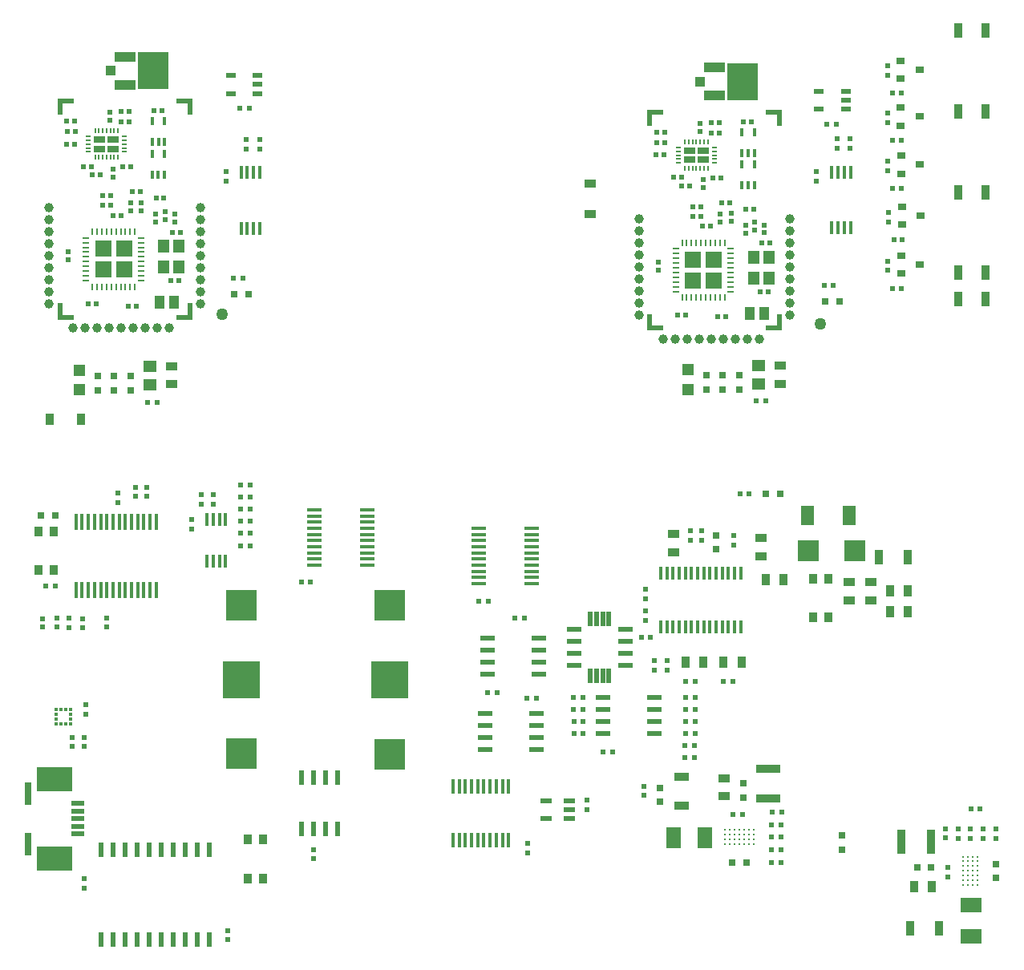
<source format=gtp>
G04*
G04 #@! TF.GenerationSoftware,Altium Limited,Altium Designer,20.1.14 (287)*
G04*
G04 Layer_Color=8421504*
%FSLAX44Y44*%
%MOMM*%
G71*
G04*
G04 #@! TF.SameCoordinates,45AFD5CB-E2DC-46B4-AC03-AB9053879BB0*
G04*
G04*
G04 #@! TF.FilePolarity,Positive*
G04*
G01*
G75*
%ADD32R,3.1750X3.9878*%
%ADD33R,0.6096X0.5334*%
%ADD34R,0.5334X0.6096*%
%ADD35R,1.0160X1.3970*%
%ADD36R,1.0500X1.0000*%
%ADD37R,2.2000X1.0500*%
%ADD38R,1.7000X1.7000*%
%ADD39R,0.7000X0.2200*%
%ADD40R,0.2200X0.7000*%
%ADD41R,0.4000X0.9000*%
%ADD42R,1.1500X0.6500*%
%ADD43R,0.2000X0.6000*%
%ADD44R,0.6000X0.2000*%
%ADD45R,1.2192X1.4224*%
%ADD46C,1.0000*%
%ADD47R,1.7501X0.5001*%
%ADD48R,0.5001X1.7501*%
%ADD49R,0.5000X1.5100*%
%ADD50R,0.3000X1.6000*%
%ADD51R,1.6000X0.3000*%
%ADD52R,0.4500X1.7500*%
%ADD53R,0.3000X0.4000*%
%ADD54R,0.4000X0.3000*%
%ADD55R,0.4500X1.4500*%
%ADD56R,2.1600X2.2600*%
%ADD57R,3.9600X3.9600*%
%ADD58R,3.1800X3.1800*%
%ADD59R,0.5000X0.5000*%
%ADD60R,0.9000X1.3000*%
%ADD61R,0.9000X1.6000*%
%ADD62R,2.3000X1.6500*%
%ADD63R,0.5000X0.5000*%
%ADD64R,0.8000X0.8000*%
%ADD65R,1.6500X2.3000*%
%ADD66R,2.5000X0.9000*%
%ADD67R,1.3000X0.9000*%
%ADD68R,1.6000X0.9000*%
%ADD69C,1.2700*%
%ADD70R,1.2000X1.2000*%
%ADD71R,0.8000X0.8000*%
%ADD72R,1.2200X0.9100*%
%ADD73R,0.9100X1.2200*%
%ADD74R,0.5000X0.6000*%
%ADD75R,1.4000X2.0000*%
%ADD76R,0.6000X0.5000*%
%ADD77R,0.8000X2.3500*%
%ADD78R,3.8000X2.5000*%
%ADD79R,1.4000X0.5000*%
%ADD80R,0.9000X0.8000*%
%ADD81R,0.9000X1.0000*%
%ADD82R,1.1000X0.6000*%
%ADD83R,1.5500X0.6000*%
%ADD84R,0.6000X1.5500*%
%ADD85R,0.6000X1.5000*%
%ADD86R,0.4500X1.4000*%
%ADD87R,1.3000X0.5500*%
%ADD88R,1.4700X1.2850*%
%ADD89C,0.2625*%
%ADD90R,0.9000X2.5000*%
%ADD91R,0.3500X1.4500*%
D32*
X766906Y924441D02*
D03*
X144239Y936054D02*
D03*
D33*
X789926Y764741D02*
D03*
Y773123D02*
D03*
X779441Y767451D02*
D03*
Y775833D02*
D03*
X769896Y773057D02*
D03*
Y764675D02*
D03*
X677804Y733540D02*
D03*
Y725158D02*
D03*
X754847Y776783D02*
D03*
Y785165D02*
D03*
X724936Y820593D02*
D03*
Y812211D02*
D03*
X743331Y776154D02*
D03*
Y784536D02*
D03*
X721837Y872198D02*
D03*
Y880580D02*
D03*
X99170Y883811D02*
D03*
Y892193D02*
D03*
X102269Y832206D02*
D03*
Y823824D02*
D03*
X120664Y787767D02*
D03*
Y796149D02*
D03*
X132180Y788396D02*
D03*
Y796778D02*
D03*
X147229Y784670D02*
D03*
X147229Y776288D02*
D03*
X156774Y779064D02*
D03*
X156774Y787446D02*
D03*
X167259Y776354D02*
D03*
Y784736D02*
D03*
X55137Y745153D02*
D03*
X55137Y736771D02*
D03*
D34*
X740601Y675862D02*
D03*
X748983D02*
D03*
X698384Y677899D02*
D03*
X706766D02*
D03*
X785627Y702651D02*
D03*
X794009D02*
D03*
X795855Y753778D02*
D03*
X787473D02*
D03*
X753420Y796793D02*
D03*
X745038D02*
D03*
X732965Y771687D02*
D03*
X724583D02*
D03*
X722357Y792291D02*
D03*
X713975D02*
D03*
X676415Y860045D02*
D03*
X684797D02*
D03*
X675582Y846892D02*
D03*
X683964D02*
D03*
X676079Y870853D02*
D03*
X684461D02*
D03*
X733482Y870441D02*
D03*
X741864D02*
D03*
X733439Y880998D02*
D03*
X741821D02*
D03*
X713975Y782360D02*
D03*
X722357D02*
D03*
X743664Y823022D02*
D03*
X735282D02*
D03*
X770134Y789619D02*
D03*
X778516D02*
D03*
X767825Y881990D02*
D03*
X776207D02*
D03*
X702146Y823265D02*
D03*
X693764D02*
D03*
X711194Y814385D02*
D03*
X702812D02*
D03*
X110815Y882054D02*
D03*
X119197D02*
D03*
X110772Y892611D02*
D03*
X119154D02*
D03*
X145158Y893603D02*
D03*
X153540D02*
D03*
X53412Y882466D02*
D03*
X61794D02*
D03*
X53748Y871658D02*
D03*
X62130D02*
D03*
X52915Y858505D02*
D03*
X61297D02*
D03*
X79479Y834878D02*
D03*
X71097D02*
D03*
X120997Y834635D02*
D03*
X112615D02*
D03*
X88527Y825998D02*
D03*
X80145D02*
D03*
X130753Y808406D02*
D03*
X122371Y808406D02*
D03*
X99690Y803904D02*
D03*
X91308D02*
D03*
Y793973D02*
D03*
X99690D02*
D03*
X110298Y783300D02*
D03*
X101916D02*
D03*
X147467Y801232D02*
D03*
X155849D02*
D03*
X173188Y765391D02*
D03*
X164806D02*
D03*
X162960Y714264D02*
D03*
X171342D02*
D03*
X117934Y687475D02*
D03*
X126316D02*
D03*
X75717Y689512D02*
D03*
X84099Y689512D02*
D03*
D35*
X774234Y679943D02*
D03*
X789474D02*
D03*
X151567Y691556D02*
D03*
X166807D02*
D03*
D36*
X721938Y924441D02*
D03*
X99271Y936054D02*
D03*
D37*
X737188Y909691D02*
D03*
Y939191D02*
D03*
X114521Y921304D02*
D03*
X114521Y950804D02*
D03*
D38*
X736396Y714349D02*
D03*
X714396D02*
D03*
Y736349D02*
D03*
X736396D02*
D03*
X113729Y725962D02*
D03*
X91729Y725962D02*
D03*
X91729Y747962D02*
D03*
X113729D02*
D03*
D39*
X754396Y722849D02*
D03*
Y717849D02*
D03*
X696396Y747849D02*
D03*
Y702849D02*
D03*
X754396Y742849D02*
D03*
X696396Y737849D02*
D03*
Y732849D02*
D03*
Y722849D02*
D03*
Y712849D02*
D03*
Y707849D02*
D03*
Y742849D02*
D03*
X754396Y702849D02*
D03*
Y707849D02*
D03*
X696396Y717849D02*
D03*
X754396Y747849D02*
D03*
Y727849D02*
D03*
Y737849D02*
D03*
X696396Y727849D02*
D03*
X754396Y712849D02*
D03*
Y732849D02*
D03*
X131729Y734462D02*
D03*
X131729Y729462D02*
D03*
X73729Y759462D02*
D03*
Y714462D02*
D03*
X131729Y754462D02*
D03*
X73729Y749462D02*
D03*
Y744462D02*
D03*
Y734462D02*
D03*
Y724462D02*
D03*
Y719462D02*
D03*
Y754462D02*
D03*
X131729Y714462D02*
D03*
Y719462D02*
D03*
X73729Y729462D02*
D03*
X131729Y759462D02*
D03*
X131729Y739462D02*
D03*
Y749462D02*
D03*
X73729Y739462D02*
D03*
X131729Y724462D02*
D03*
X131729Y744462D02*
D03*
D40*
X742896Y696349D02*
D03*
X717896Y754349D02*
D03*
X727896D02*
D03*
X702896D02*
D03*
X722896D02*
D03*
X712896D02*
D03*
X707896D02*
D03*
X747896D02*
D03*
X702896Y696349D02*
D03*
X707896D02*
D03*
X712896D02*
D03*
X717896D02*
D03*
X727896D02*
D03*
X732896D02*
D03*
X737896D02*
D03*
X747896D02*
D03*
X722896D02*
D03*
X732896Y754349D02*
D03*
X742896D02*
D03*
X737896D02*
D03*
X120229Y707962D02*
D03*
X95229Y765962D02*
D03*
X105229Y765962D02*
D03*
X80229D02*
D03*
X100229Y765962D02*
D03*
X90229D02*
D03*
X85229Y765962D02*
D03*
X125229D02*
D03*
X80229Y707962D02*
D03*
X85229D02*
D03*
X90229D02*
D03*
X95229D02*
D03*
X105229D02*
D03*
X110229D02*
D03*
X115229Y707962D02*
D03*
X125229D02*
D03*
X100229Y707962D02*
D03*
X110229Y765962D02*
D03*
X120229D02*
D03*
X115229D02*
D03*
D41*
X779267Y849010D02*
D03*
X766267Y871010D02*
D03*
Y849010D02*
D03*
X772767D02*
D03*
X779267Y871010D02*
D03*
X779101Y814782D02*
D03*
X766101Y836782D02*
D03*
Y814782D02*
D03*
X772601D02*
D03*
X779101Y836782D02*
D03*
X156434Y826395D02*
D03*
X143434Y848395D02*
D03*
Y826395D02*
D03*
X149934D02*
D03*
X156434Y848395D02*
D03*
X156600Y860623D02*
D03*
X143600Y882623D02*
D03*
X143600Y860623D02*
D03*
X150100D02*
D03*
X156600Y882623D02*
D03*
D42*
X710727Y841982D02*
D03*
Y851482D02*
D03*
X725227D02*
D03*
Y841982D02*
D03*
X88060Y853595D02*
D03*
X88060Y863095D02*
D03*
X102560D02*
D03*
Y853595D02*
D03*
D43*
X729977Y860732D02*
D03*
X713977Y832732D02*
D03*
X717977D02*
D03*
X729977D02*
D03*
X713977Y860732D02*
D03*
X709977D02*
D03*
X717977D02*
D03*
X725977D02*
D03*
X721977Y832732D02*
D03*
X705977Y860732D02*
D03*
Y832732D02*
D03*
X709977D02*
D03*
X725977D02*
D03*
X721977Y860732D02*
D03*
X107310Y872345D02*
D03*
X91310Y844345D02*
D03*
X95310D02*
D03*
X107310D02*
D03*
X91310Y872345D02*
D03*
X87310D02*
D03*
X95310D02*
D03*
X103310D02*
D03*
X99310Y844345D02*
D03*
X83310Y872345D02*
D03*
Y844345D02*
D03*
X87310D02*
D03*
X103310D02*
D03*
X99310Y872345D02*
D03*
D44*
X736977Y838732D02*
D03*
Y842732D02*
D03*
Y846732D02*
D03*
Y850732D02*
D03*
Y854732D02*
D03*
X698977Y846732D02*
D03*
Y838732D02*
D03*
Y850732D02*
D03*
Y854732D02*
D03*
Y842732D02*
D03*
X114310Y850345D02*
D03*
Y854345D02*
D03*
Y858345D02*
D03*
Y862345D02*
D03*
Y866345D02*
D03*
X76310Y858345D02*
D03*
Y850345D02*
D03*
Y862345D02*
D03*
Y866345D02*
D03*
Y854345D02*
D03*
D45*
X794373Y738835D02*
D03*
X778371Y716833D02*
D03*
X794373D02*
D03*
X778371Y738835D02*
D03*
X171706Y750448D02*
D03*
X155704Y728446D02*
D03*
X171706D02*
D03*
X155704Y750448D02*
D03*
D46*
X657145Y766829D02*
D03*
Y754129D02*
D03*
Y779529D02*
D03*
Y741429D02*
D03*
Y728729D02*
D03*
X817145Y779529D02*
D03*
Y766829D02*
D03*
Y754129D02*
D03*
Y741429D02*
D03*
X817145Y716029D02*
D03*
X817145Y728729D02*
D03*
X657145Y690629D02*
D03*
Y677929D02*
D03*
Y716029D02*
D03*
Y703329D02*
D03*
X695245Y652529D02*
D03*
X682545D02*
D03*
X707945D02*
D03*
X817145Y677929D02*
D03*
X746045Y652529D02*
D03*
X817145Y703329D02*
D03*
Y690629D02*
D03*
X733345Y652529D02*
D03*
X720645D02*
D03*
X784145D02*
D03*
X758745D02*
D03*
X771445D02*
D03*
X34478Y778442D02*
D03*
X34478Y765742D02*
D03*
Y791142D02*
D03*
Y753042D02*
D03*
Y740342D02*
D03*
X194478Y791142D02*
D03*
X194478Y778442D02*
D03*
X194478Y765742D02*
D03*
Y753042D02*
D03*
X194478Y727642D02*
D03*
X194478Y740342D02*
D03*
X34478Y702242D02*
D03*
Y689542D02*
D03*
Y727642D02*
D03*
X34478Y714942D02*
D03*
X72578Y664142D02*
D03*
X59878Y664142D02*
D03*
X85278D02*
D03*
X194478Y689542D02*
D03*
X123378Y664142D02*
D03*
X194478Y714942D02*
D03*
X194478Y702242D02*
D03*
X110678Y664142D02*
D03*
X97978D02*
D03*
X161478Y664142D02*
D03*
X136078Y664142D02*
D03*
X148778Y664142D02*
D03*
D47*
X799804Y892528D02*
D03*
Y663959D02*
D03*
X674826D02*
D03*
Y892528D02*
D03*
X177137Y904141D02*
D03*
X177137Y675572D02*
D03*
X52159D02*
D03*
X52159Y904141D02*
D03*
D48*
X806055Y886277D02*
D03*
Y670207D02*
D03*
X668575D02*
D03*
Y886277D02*
D03*
X183388Y897890D02*
D03*
Y681820D02*
D03*
X45908D02*
D03*
X45908Y897890D02*
D03*
D49*
X625700Y296644D02*
D03*
X619200D02*
D03*
X612700D02*
D03*
X606200D02*
D03*
Y356644D02*
D03*
X612700D02*
D03*
X619200D02*
D03*
X625700D02*
D03*
D50*
X519724Y179780D02*
D03*
X513224D02*
D03*
X506724D02*
D03*
X500224D02*
D03*
X493724D02*
D03*
X487224D02*
D03*
X480724D02*
D03*
X474224D02*
D03*
X467724D02*
D03*
X461224D02*
D03*
Y123780D02*
D03*
X467724D02*
D03*
X474224D02*
D03*
X480724D02*
D03*
X487224D02*
D03*
X493724D02*
D03*
X500224D02*
D03*
X506724D02*
D03*
X513224D02*
D03*
X519724D02*
D03*
D51*
X544524Y394216D02*
D03*
Y400716D02*
D03*
Y407216D02*
D03*
Y413716D02*
D03*
Y420216D02*
D03*
Y426716D02*
D03*
Y433216D02*
D03*
Y439716D02*
D03*
Y446216D02*
D03*
Y452716D02*
D03*
X488524D02*
D03*
Y446216D02*
D03*
Y439716D02*
D03*
Y433216D02*
D03*
Y426716D02*
D03*
Y420216D02*
D03*
Y413716D02*
D03*
Y407216D02*
D03*
Y400716D02*
D03*
Y394216D02*
D03*
X370788Y413736D02*
D03*
Y420236D02*
D03*
Y426736D02*
D03*
Y433236D02*
D03*
Y439736D02*
D03*
Y446236D02*
D03*
Y452736D02*
D03*
Y459236D02*
D03*
Y465736D02*
D03*
Y472236D02*
D03*
X314788D02*
D03*
Y465736D02*
D03*
Y459236D02*
D03*
Y452736D02*
D03*
Y446236D02*
D03*
Y439736D02*
D03*
Y433236D02*
D03*
Y426736D02*
D03*
Y420236D02*
D03*
Y413736D02*
D03*
D52*
X63032Y387372D02*
D03*
X69532D02*
D03*
X76032D02*
D03*
X82532D02*
D03*
X89032D02*
D03*
X95532D02*
D03*
X102032D02*
D03*
X108532D02*
D03*
X115032D02*
D03*
X121532D02*
D03*
X128032D02*
D03*
X134532D02*
D03*
X141032D02*
D03*
X147532D02*
D03*
X63032Y459372D02*
D03*
X69532D02*
D03*
X76032D02*
D03*
X82532D02*
D03*
X89032D02*
D03*
X95532D02*
D03*
X102032D02*
D03*
X108532D02*
D03*
X115032D02*
D03*
X121532D02*
D03*
X128032D02*
D03*
X134532D02*
D03*
X141032D02*
D03*
X147532D02*
D03*
D53*
X52156Y246426D02*
D03*
X47156D02*
D03*
Y261426D02*
D03*
X52156D02*
D03*
D54*
X42031Y246426D02*
D03*
Y251426D02*
D03*
Y256426D02*
D03*
Y261426D02*
D03*
X57281D02*
D03*
Y256426D02*
D03*
Y251426D02*
D03*
Y246426D02*
D03*
D55*
X861166Y828983D02*
D03*
X867666D02*
D03*
X874166D02*
D03*
X880666D02*
D03*
Y769983D02*
D03*
X874166D02*
D03*
X867666D02*
D03*
X861166D02*
D03*
X237342Y828475D02*
D03*
X243842D02*
D03*
X250342D02*
D03*
X256842D02*
D03*
Y769475D02*
D03*
X250342D02*
D03*
X243842D02*
D03*
X237342D02*
D03*
D56*
X885544Y429006D02*
D03*
X836544D02*
D03*
D57*
X394246Y292860D02*
D03*
X237490Y293116D02*
D03*
D58*
X394246Y214160D02*
D03*
Y371560D02*
D03*
X237490Y371816D02*
D03*
Y214416D02*
D03*
D59*
X236960Y447266D02*
D03*
X246960D02*
D03*
X236960Y434256D02*
D03*
X246960D02*
D03*
X498552Y375920D02*
D03*
X488552D02*
D03*
X310816Y395986D02*
D03*
X300816D02*
D03*
X767030Y150211D02*
D03*
X757030D02*
D03*
X807416Y99411D02*
D03*
X797416D02*
D03*
X807416Y112873D02*
D03*
X797416D02*
D03*
X807670Y126335D02*
D03*
X797670D02*
D03*
X807924Y153259D02*
D03*
X797924D02*
D03*
X866050Y879094D02*
D03*
X856050D02*
D03*
X245782Y896366D02*
D03*
X235782D02*
D03*
X31322Y391340D02*
D03*
X41322D02*
D03*
X239060Y717099D02*
D03*
X229060D02*
D03*
X862814Y708914D02*
D03*
X852814D02*
D03*
X148820Y585978D02*
D03*
X138820D02*
D03*
X791186Y586994D02*
D03*
X781186D02*
D03*
X716557Y290830D02*
D03*
X706557D02*
D03*
X756658Y291116D02*
D03*
X746658D02*
D03*
X669718Y337356D02*
D03*
X659718D02*
D03*
X629760Y216916D02*
D03*
X619760D02*
D03*
X538964Y273412D02*
D03*
X548964D02*
D03*
X507510Y279204D02*
D03*
X497510D02*
D03*
X716196Y223266D02*
D03*
X706196D02*
D03*
X716450Y248666D02*
D03*
X706450D02*
D03*
X716450Y261366D02*
D03*
X706450D02*
D03*
X588340Y274066D02*
D03*
X598340D02*
D03*
X588340Y261366D02*
D03*
X598340D02*
D03*
X588594Y248666D02*
D03*
X598594D02*
D03*
X598598Y235712D02*
D03*
X588598D02*
D03*
X706200Y210276D02*
D03*
X716200D02*
D03*
X706450Y236184D02*
D03*
X716450D02*
D03*
X706450Y274284D02*
D03*
X716450D02*
D03*
X246887Y472786D02*
D03*
X236887D02*
D03*
X1017698Y156682D02*
D03*
X1007698D02*
D03*
X807670Y139543D02*
D03*
X797670D02*
D03*
X246887Y498312D02*
D03*
X236887D02*
D03*
X236808Y460298D02*
D03*
X246808D02*
D03*
X236808Y485612D02*
D03*
X246808D02*
D03*
X526622Y358104D02*
D03*
X536622D02*
D03*
D60*
X966706Y74168D02*
D03*
X947706D02*
D03*
X725526Y311150D02*
D03*
X706526D02*
D03*
X765658D02*
D03*
X746658D02*
D03*
X922426Y364744D02*
D03*
X941426D02*
D03*
X922426Y386588D02*
D03*
X941426D02*
D03*
X810108Y398272D02*
D03*
X791108D02*
D03*
D61*
X974484Y30480D02*
D03*
X943484D02*
D03*
X941330Y421894D02*
D03*
X910330D02*
D03*
X994220Y893172D02*
D03*
X1023220D02*
D03*
X994450Y722560D02*
D03*
X1023450D02*
D03*
X994220Y978516D02*
D03*
X1023220D02*
D03*
X994474Y807828D02*
D03*
X1023474D02*
D03*
X994690Y695162D02*
D03*
X1023690D02*
D03*
D62*
X1007876Y54589D02*
D03*
Y21589D02*
D03*
D63*
X983662Y94662D02*
D03*
Y84662D02*
D03*
X994330Y135302D02*
D03*
Y125302D02*
D03*
X1007538Y135302D02*
D03*
Y125302D02*
D03*
X866902Y864028D02*
D03*
Y854028D02*
D03*
X879856Y864028D02*
D03*
Y854028D02*
D03*
X845058Y829738D02*
D03*
Y819738D02*
D03*
X221234Y829230D02*
D03*
Y819230D02*
D03*
X243078Y863520D02*
D03*
Y853520D02*
D03*
X256842Y863520D02*
D03*
Y853520D02*
D03*
X107442Y489596D02*
D03*
Y479596D02*
D03*
X223012Y28106D02*
D03*
Y18106D02*
D03*
X185420Y451736D02*
D03*
Y461736D02*
D03*
X71628Y72978D02*
D03*
Y82978D02*
D03*
X73660Y266406D02*
D03*
Y256406D02*
D03*
X313436Y103520D02*
D03*
Y113520D02*
D03*
X919988Y891308D02*
D03*
Y881308D02*
D03*
X920248Y840584D02*
D03*
Y830584D02*
D03*
X919988Y940954D02*
D03*
Y930954D02*
D03*
X920370Y734996D02*
D03*
Y724996D02*
D03*
X921258Y786520D02*
D03*
Y776520D02*
D03*
X42544Y358240D02*
D03*
Y348240D02*
D03*
X55498Y357986D02*
D03*
Y347986D02*
D03*
X95630Y348240D02*
D03*
Y358240D02*
D03*
X137794Y496162D02*
D03*
Y486162D02*
D03*
X723980Y440008D02*
D03*
Y450008D02*
D03*
X125856Y496162D02*
D03*
Y486162D02*
D03*
X1034462Y135048D02*
D03*
Y125048D02*
D03*
X1021000Y125048D02*
D03*
Y135048D02*
D03*
X207900Y488326D02*
D03*
Y478326D02*
D03*
X195326Y478326D02*
D03*
Y488326D02*
D03*
X58850Y222119D02*
D03*
Y232119D02*
D03*
X71754Y232002D02*
D03*
Y222002D02*
D03*
X539750Y119808D02*
D03*
Y109808D02*
D03*
X602488Y165448D02*
D03*
Y155448D02*
D03*
X664718Y387996D02*
D03*
Y377996D02*
D03*
X980614Y135556D02*
D03*
Y125556D02*
D03*
X757214Y445182D02*
D03*
Y435182D02*
D03*
X664718Y355172D02*
D03*
Y365172D02*
D03*
X711557Y450008D02*
D03*
Y440008D02*
D03*
X673604Y313102D02*
D03*
Y303102D02*
D03*
X686876Y313166D02*
D03*
Y303166D02*
D03*
D64*
X1034259Y98229D02*
D03*
Y83229D02*
D03*
X767294Y183151D02*
D03*
Y168151D02*
D03*
X728726Y614354D02*
D03*
Y599354D02*
D03*
X745744Y614264D02*
D03*
Y599264D02*
D03*
X86360Y613756D02*
D03*
Y598756D02*
D03*
X103378Y613258D02*
D03*
Y598258D02*
D03*
X738876Y445316D02*
D03*
Y430316D02*
D03*
X871982Y113502D02*
D03*
Y128502D02*
D03*
X679958Y178690D02*
D03*
Y163690D02*
D03*
D65*
X726957Y125997D02*
D03*
X693957D02*
D03*
D66*
X793496Y198634D02*
D03*
Y167634D02*
D03*
D67*
X747482Y188961D02*
D03*
Y169961D02*
D03*
X164084Y623926D02*
D03*
Y604926D02*
D03*
X806450Y624450D02*
D03*
Y605450D02*
D03*
X693674Y446634D02*
D03*
Y427634D02*
D03*
X879348Y376580D02*
D03*
Y395580D02*
D03*
X901954Y376580D02*
D03*
Y395580D02*
D03*
X786384Y442316D02*
D03*
Y423316D02*
D03*
D68*
X702564Y190500D02*
D03*
Y159500D02*
D03*
D69*
X848868Y668528D02*
D03*
X217424Y679105D02*
D03*
D70*
X708914Y620354D02*
D03*
Y599354D02*
D03*
X66548Y619846D02*
D03*
Y598846D02*
D03*
D71*
X763270Y614264D02*
D03*
Y599264D02*
D03*
X120904Y613756D02*
D03*
Y598756D02*
D03*
X245060Y700335D02*
D03*
X230060D02*
D03*
X868814Y692150D02*
D03*
X853814D02*
D03*
X40900Y466270D02*
D03*
X25900D02*
D03*
X806738Y488950D02*
D03*
X791738D02*
D03*
X950976Y94742D02*
D03*
X965976D02*
D03*
X770800Y99411D02*
D03*
X755800D02*
D03*
D72*
X605526Y817002D02*
D03*
Y784302D02*
D03*
D73*
X35406Y568198D02*
D03*
X68106D02*
D03*
D74*
X925522Y706120D02*
D03*
X934522D02*
D03*
X925140Y912078D02*
D03*
X934140D02*
D03*
X925400Y811708D02*
D03*
X934400D02*
D03*
X925140Y862432D02*
D03*
X934140D02*
D03*
X926410Y757644D02*
D03*
X935410D02*
D03*
X773466Y488950D02*
D03*
X764466D02*
D03*
D75*
X834996Y465860D02*
D03*
X878996D02*
D03*
D76*
X27812Y348232D02*
D03*
Y357232D02*
D03*
X662432Y179754D02*
D03*
Y170754D02*
D03*
X70230Y347978D02*
D03*
Y356978D02*
D03*
D77*
X12516Y172674D02*
D03*
Y119174D02*
D03*
D78*
X40516Y103924D02*
D03*
Y187924D02*
D03*
D79*
X64516Y129924D02*
D03*
Y137924D02*
D03*
Y145924D02*
D03*
Y153924D02*
D03*
Y161924D02*
D03*
D80*
X933864Y897078D02*
D03*
Y878078D02*
D03*
X953864Y887578D02*
D03*
X935134Y792290D02*
D03*
Y773290D02*
D03*
X955134Y782790D02*
D03*
X933864Y946724D02*
D03*
Y927724D02*
D03*
X953864Y937224D02*
D03*
X934124Y846354D02*
D03*
Y827354D02*
D03*
X954124Y836854D02*
D03*
X934246Y740766D02*
D03*
Y721766D02*
D03*
X954246Y731266D02*
D03*
D81*
X857122Y358468D02*
D03*
Y399468D02*
D03*
X841122Y358468D02*
D03*
Y399468D02*
D03*
X23622Y449432D02*
D03*
Y408432D02*
D03*
X39622Y449432D02*
D03*
Y408432D02*
D03*
X244096Y123847D02*
D03*
Y82847D02*
D03*
X260096Y123847D02*
D03*
Y82847D02*
D03*
D82*
X254782Y911910D02*
D03*
Y921410D02*
D03*
Y930910D02*
D03*
X226782D02*
D03*
Y911910D02*
D03*
X875608Y895263D02*
D03*
Y904763D02*
D03*
Y914263D02*
D03*
X847608D02*
D03*
Y895263D02*
D03*
D83*
X588874Y345948D02*
D03*
Y333248D02*
D03*
Y320548D02*
D03*
Y307848D02*
D03*
X642874Y345948D02*
D03*
Y333248D02*
D03*
Y320548D02*
D03*
Y307848D02*
D03*
X673760Y235966D02*
D03*
Y248666D02*
D03*
Y261366D02*
D03*
Y274066D02*
D03*
X619760Y235966D02*
D03*
Y248666D02*
D03*
Y261366D02*
D03*
Y274066D02*
D03*
X494964Y256902D02*
D03*
Y244202D02*
D03*
Y231502D02*
D03*
Y218802D02*
D03*
X548964Y256902D02*
D03*
Y244202D02*
D03*
Y231502D02*
D03*
Y218802D02*
D03*
X551510Y298450D02*
D03*
Y311150D02*
D03*
Y323850D02*
D03*
Y336550D02*
D03*
X497510Y298450D02*
D03*
Y311150D02*
D03*
Y323850D02*
D03*
Y336550D02*
D03*
D84*
X300736Y135154D02*
D03*
X313436D02*
D03*
X326136D02*
D03*
X338836D02*
D03*
X300736Y189154D02*
D03*
X313436D02*
D03*
X326136D02*
D03*
X338836D02*
D03*
D85*
X203962Y113106D02*
D03*
X191262D02*
D03*
X178562D02*
D03*
X165862D02*
D03*
X153162D02*
D03*
X140462D02*
D03*
X127762D02*
D03*
X115062D02*
D03*
X102362D02*
D03*
X89662D02*
D03*
Y18106D02*
D03*
X102362D02*
D03*
X115062D02*
D03*
X127762D02*
D03*
X140462D02*
D03*
X153162D02*
D03*
X165862D02*
D03*
X178562D02*
D03*
X191262D02*
D03*
X203962D02*
D03*
D86*
X201400Y461737D02*
D03*
X207900D02*
D03*
X214400D02*
D03*
X220900D02*
D03*
Y417737D02*
D03*
X214400D02*
D03*
X207900D02*
D03*
X201400D02*
D03*
D87*
X559254Y164948D02*
D03*
Y145948D02*
D03*
X584254Y164948D02*
D03*
Y155448D02*
D03*
Y145948D02*
D03*
D88*
X140970Y623942D02*
D03*
Y604492D02*
D03*
X783336Y624450D02*
D03*
Y605000D02*
D03*
D89*
X748300Y119089D02*
D03*
X753300D02*
D03*
X758300D02*
D03*
X763300D02*
D03*
X768300D02*
D03*
X773300D02*
D03*
X778300D02*
D03*
X748300Y124089D02*
D03*
X753300D02*
D03*
X758300D02*
D03*
X763300D02*
D03*
X768300D02*
D03*
X773300D02*
D03*
X778300D02*
D03*
X748300Y129089D02*
D03*
X753300D02*
D03*
X758300D02*
D03*
X763300D02*
D03*
X768300D02*
D03*
X773300D02*
D03*
X778300D02*
D03*
X748300Y134089D02*
D03*
X753300D02*
D03*
X758300D02*
D03*
X763300D02*
D03*
X768300D02*
D03*
X773300D02*
D03*
X778300D02*
D03*
X1014784Y105932D02*
D03*
Y100932D02*
D03*
X1009784D02*
D03*
X1014784Y90932D02*
D03*
Y95932D02*
D03*
X1009784Y105932D02*
D03*
Y95932D02*
D03*
X1004784D02*
D03*
X1009784Y90932D02*
D03*
X1004784D02*
D03*
X1014784Y80932D02*
D03*
X1009784Y85932D02*
D03*
X1014784D02*
D03*
X1009784Y80932D02*
D03*
X1014784Y75932D02*
D03*
X1009784D02*
D03*
X1004784Y105932D02*
D03*
Y85932D02*
D03*
Y100932D02*
D03*
X999784D02*
D03*
Y95932D02*
D03*
Y105932D02*
D03*
Y85932D02*
D03*
Y90932D02*
D03*
X1004784Y80932D02*
D03*
X999784D02*
D03*
X1004784Y75932D02*
D03*
X999784D02*
D03*
D90*
X965714Y121666D02*
D03*
X934714D02*
D03*
D91*
X764876Y348732D02*
D03*
X758376D02*
D03*
Y405232D02*
D03*
X764876D02*
D03*
X680376Y348732D02*
D03*
X686876D02*
D03*
X693376D02*
D03*
X699876D02*
D03*
X706376D02*
D03*
X712876D02*
D03*
X719376D02*
D03*
X725876D02*
D03*
X732376D02*
D03*
X738876D02*
D03*
X745376D02*
D03*
X751876D02*
D03*
Y405232D02*
D03*
X745376D02*
D03*
X738876D02*
D03*
X732376D02*
D03*
X725876D02*
D03*
X719376D02*
D03*
X712876D02*
D03*
X706376D02*
D03*
X699876D02*
D03*
X693376D02*
D03*
X686876D02*
D03*
X680376D02*
D03*
M02*

</source>
